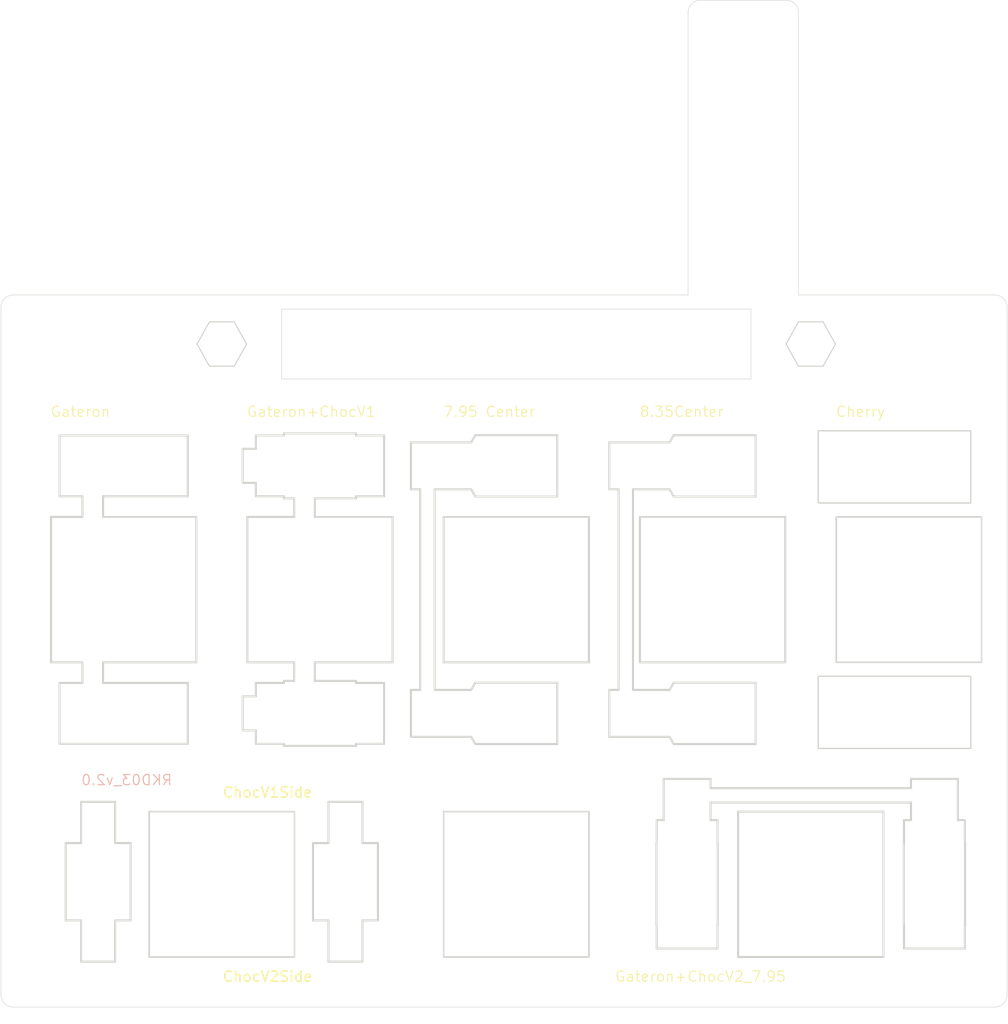
<source format=kicad_pcb>
(kicad_pcb (version 20241229) (generator "pcbnew") (generator_version "9.0")
  (layers (0 "F.Cu" signal) (2 "B.Cu" signal) (13 "F.Paste" user) (15 "B.Paste" user) (5 "F.SilkS" user "F.Silkscreen") (7 "B.SilkS" user "B.Silkscreen") (1 "F.Mask" user) (3 "B.Mask" user) (25 "Edge.Cuts" user))
  (net 0 "")
  (footprint "Rikkodo_FootPrint:rkd_KeyHall_6wx45_Cinderella" (layer "F.Cu") (at 92.86875 50.00625)
    (property "Reference" "LED3" (hide yes))
    (property "Value" "LED_SK6812MINI-E" (hide yes))
    (fp_line (start -22.775 3.3875) (end -22.775 -3.3875) (stroke (width 0.05)) (layer "Edge.Cuts"))
    (fp_line (start 22.775 -3.3875) (end -22.775 -3.3875) (stroke (width 0.05)) (layer "Edge.Cuts"))
    (fp_line (start 22.775 -3.3875) (end 22.775 3.3875) (stroke (width 0.05)) (layer "Edge.Cuts"))
    (fp_line (start 22.775 3.3875) (end -22.775 3.3875) (stroke (width 0.05)) (layer "Edge.Cuts"))
  )
  (footprint "Rikkodo_FootPrint:rkd_Top_ChocV1V2byV1_2u" (layer "F.Cu") (at 64.29375 102.39375)
    (property "Reference" "SW1" (hide yes))
    (property "Value" "SW_PUSH" (hide yes))
    (fp_line (start -15.15 -4) (end -15.15 3.5) (stroke (width 0.2)) (layer "Edge.Cuts"))
    (fp_line (start -13.65 -8) (end -13.65 -4) (stroke (width 0.2)) (layer "Edge.Cuts"))
    (fp_line (start -13.65 -8) (end -10.35 -8) (stroke (width 0.2)) (layer "Edge.Cuts"))
    (fp_line (start -13.65 -4) (end -15.15 -4) (stroke (width 0.2)) (layer "Edge.Cuts"))
    (fp_line (start -13.65 3.5) (end -15.15 3.5) (stroke (width 0.2)) (layer "Edge.Cuts"))
    (fp_line (start -13.65 7.5) (end -13.65 3.5) (stroke (width 0.2)) (layer "Edge.Cuts"))
    (fp_line (start -10.35 -8) (end -10.35 -4) (stroke (width 0.2)) (layer "Edge.Cuts"))
    (fp_line (start -10.35 -4) (end -8.85 -4) (stroke (width 0.2)) (layer "Edge.Cuts"))
    (fp_line (start -10.35 3.5) (end -8.85 3.5) (stroke (width 0.2)) (layer "Edge.Cuts"))
    (fp_line (start -10.35 7.5) (end -13.65 7.5) (stroke (width 0.2)) (layer "Edge.Cuts"))
    (fp_line (start -10.35 7.5) (end -10.35 3.5) (stroke (width 0.2)) (layer "Edge.Cuts"))
    (fp_line (start -8.85 -4) (end -8.85 3.5) (stroke (width 0.2)) (layer "Edge.Cuts"))
    (fp_line (start -7.05 -7.05) (end 7.05 -7.05) (stroke (width 0.15)) (layer "Edge.Cuts"))
    (fp_line (start -7.05 7.05) (end -7.05 -7.05) (stroke (width 0.15)) (layer "Edge.Cuts"))
    (fp_line (start 7.05 -7.05) (end 7.05 7.05) (stroke (width 0.15)) (layer "Edge.Cuts"))
    (fp_line (start 7.05 7.05) (end -7.05 7.05) (stroke (width 0.15)) (layer "Edge.Cuts"))
    (fp_line (start 8.85 -4) (end 8.85 3.5) (stroke (width 0.2)) (layer "Edge.Cuts"))
    (fp_line (start 10.35 -8) (end 10.35 -4) (stroke (width 0.2)) (layer "Edge.Cuts"))
    (fp_line (start 10.35 -8) (end 13.65 -8) (stroke (width 0.2)) (layer "Edge.Cuts"))
    (fp_line (start 10.35 -4) (end 8.85 -4) (stroke (width 0.2)) (layer "Edge.Cuts"))
    (fp_line (start 10.35 3.5) (end 8.85 3.5) (stroke (width 0.2)) (layer "Edge.Cuts"))
    (fp_line (start 10.35 7.5) (end 10.35 3.5) (stroke (width 0.2)) (layer "Edge.Cuts"))
    (fp_line (start 13.65 -8) (end 13.65 -4) (stroke (width 0.2)) (layer "Edge.Cuts"))
    (fp_line (start 13.65 -4) (end 15.15 -4) (stroke (width 0.2)) (layer "Edge.Cuts"))
    (fp_line (start 13.65 3.5) (end 15.15 3.5) (stroke (width 0.2)) (layer "Edge.Cuts"))
    (fp_line (start 13.65 7.5) (end 10.35 7.5) (stroke (width 0.2)) (layer "Edge.Cuts"))
    (fp_line (start 13.65 7.5) (end 13.65 3.5) (stroke (width 0.2)) (layer "Edge.Cuts"))
    (fp_line (start 15.15 -4) (end 15.15 3.5) (stroke (width 0.2)) (layer "Edge.Cuts"))
    (fp_text user "ChocV2Side" (at 0 9.525 0) (layer "F.SilkS") (effects (justify left bottom)))
    (fp_text user "ChocV1Side" (at 0 -8.334375 0) (layer "F.SilkS") (effects (justify left bottom)))
  )
  (footprint "Rikkodo_FootPrint:rkd_Top_ChocV2_2u" (layer "F.Cu") (at 92.86875 73.81875 90)
    (property "Reference" "SW1" (hide yes))
    (property "Value" "SW_PUSH" (hide yes))
    (fp_line (start 9.725 -10.225) (end 14.275 -10.225) (stroke (width 0.2)) (layer "Edge.Cuts"))
    (fp_line (start 9.725 -10.225) (end 9.725 -9.325) (stroke (width 0.2)) (layer "Edge.Cuts"))
    (fp_line (start -14.275 -10.225) (end -9.725 -10.225) (stroke (width 0.2)) (layer "Edge.Cuts"))
    (fp_line (start -9.725 -9.325) (end -9.725 -10.225) (stroke (width 0.2)) (layer "Edge.Cuts"))
    (fp_line (start -9.725 -9.325) (end 9.725 -9.325) (stroke (width 0.2)) (layer "Edge.Cuts"))
    (fp_line (start -9.725 -7.925) (end 9.725 -7.925) (stroke (width 0.2)) (layer "Edge.Cuts"))
    (fp_line (start 7.05 -7.05) (end 7.05 7.05) (stroke (width 0.15)) (layer "Edge.Cuts"))
    (fp_line (start -7.05 -7.05) (end 7.05 -7.05) (stroke (width 0.2)) (layer "Edge.Cuts"))
    (fp_line (start 14.275 -4.375) (end 14.275 -10.225) (stroke (width 0.2)) (layer "Edge.Cuts"))
    (fp_line (start 14.275 -4.375) (end 14.975 -3.975) (stroke (width 0.2)) (layer "Edge.Cuts"))
    (fp_line (start 9.725 -4.375) (end 9.725 -7.925) (stroke (width 0.2)) (layer "Edge.Cuts"))
    (fp_line (start 9.725 -4.375) (end 9.025 -3.975) (stroke (width 0.2)) (layer "Edge.Cuts"))
    (fp_line (start -9.725 -4.375) (end -9.725 -7.925) (stroke (width 0.2)) (layer "Edge.Cuts"))
    (fp_line (start -9.725 -4.375) (end -9.025 -3.975) (stroke (width 0.2)) (layer "Edge.Cuts"))
    (fp_line (start -14.275 -4.375) (end -14.275 -10.225) (stroke (width 0.2)) (layer "Edge.Cuts"))
    (fp_line (start -14.275 -4.375) (end -14.975 -3.975) (stroke (width 0.2)) (layer "Edge.Cuts"))
    (fp_line (start 14.975 -3.975) (end 14.975 3.975) (stroke (width 0.2)) (layer "Edge.Cuts"))
    (fp_line (start 9.025 -3.975) (end 9.025 3.975) (stroke (width 0.2)) (layer "Edge.Cuts"))
    (fp_line (start -9.025 -3.975) (end -9.025 3.975) (stroke (width 0.2)) (layer "Edge.Cuts"))
    (fp_line (start -14.975 -3.975) (end -14.975 3.975) (stroke (width 0.2)) (layer "Edge.Cuts"))
    (fp_line (start 14.975 3.975) (end 9.025 3.975) (stroke (width 0.2)) (layer "Edge.Cuts"))
    (fp_line (start -9.025 3.975) (end -14.975 3.975) (stroke (width 0.2)) (layer "Edge.Cuts"))
    (fp_line (start 7.05 7.05) (end -7.05 7.05) (stroke (width 0.2)) (layer "Edge.Cuts"))
    (fp_line (start -7.05 7.05) (end -7.05 -7.05) (stroke (width 0.2)) (layer "Edge.Cuts"))
  )
  (footprint "kbd_Hole:m2_Screw_Hole" (layer "F.Cu") (at 138.1125 111.91875)
    (property "Reference" "Ref**")
    (property "Value" "Val**")
    (pad "" np_thru_hole circle (at 0 0) (size 2.2 2.2) (drill 2.2) (layers "*.Cu" "*.Mask"))
  )
  (footprint "kbd_Hole:m2_Screw_Hole" (layer "F.Cu") (at 45.24375 111.91875)
    (property "Reference" "Ref**")
    (property "Value" "Val**")
    (pad "" np_thru_hole circle (at 0 0) (size 2.2 2.2) (drill 2.2) (layers "*.Cu" "*.Mask"))
  )
  (footprint "kbd_SW_Hole:SW_Hole_1u" (layer "F.Cu") (at 92.8688 102.3937)
    (property "Reference" "SW6" (hide yes))
    (property "Value" "SW_Push" (hide yes))
    (fp_line (start -7.05 -7.05) (end 7.05 -7.05) (stroke (width 0.15)) (layer "Edge.Cuts"))
    (fp_line (start -7.05 7.05) (end -7.05 -7.05) (stroke (width 0.15)) (layer "Edge.Cuts"))
    (fp_line (start 7.05 -7.05) (end 7.05 7.05) (stroke (width 0.15)) (layer "Edge.Cuts"))
    (fp_line (start 7.05 7.05) (end -7.05 7.05) (stroke (width 0.15)) (layer "Edge.Cuts"))
  )
  (footprint "Rikkodo_FootPrint:rkd_Top_Gateron_2u" (layer "F.Cu") (at 54.7688 73.8187 90)
    (property "Reference" "SW1" (hide yes))
    (property "Value" "SW_Push" (hide yes))
    (fp_line (start -7.05 -7.05) (end 7.05 -7.05) (stroke (width 0.2)) (layer "Edge.Cuts"))
    (fp_line (start 14.95 -6.225) (end 14.95 6.225) (stroke (width 0.2)) (layer "Edge.Cuts"))
    (fp_line (start 9.05 -6.225) (end 14.95 -6.225) (stroke (width 0.2)) (layer "Edge.Cuts"))
    (fp_line (start 9.05 -6.225) (end 9.05 -4) (stroke (width 0.2)) (layer "Edge.Cuts"))
    (fp_line (start -9.05 -6.225) (end -9.05 -4) (stroke (width 0.2)) (layer "Edge.Cuts"))
    (fp_line (start -14.95 -6.225) (end -9.05 -6.225) (stroke (width 0.2)) (layer "Edge.Cuts"))
    (fp_line (start -14.95 -6.225) (end -14.95 6.225) (stroke (width 0.2)) (layer "Edge.Cuts"))
    (fp_line (start 7.05 -4) (end 7.05 -7.05) (stroke (width 0.2)) (layer "Edge.Cuts"))
    (fp_line (start 7.05 -4) (end 9.05 -4) (stroke (width 0.2)) (layer "Edge.Cuts"))
    (fp_line (start -7.05 -4) (end -7.05 -7.05) (stroke (width 0.2)) (layer "Edge.Cuts"))
    (fp_line (start -9.05 -4) (end -7.05 -4) (stroke (width 0.2)) (layer "Edge.Cuts"))
    (fp_line (start 9.05 -2) (end 9.05 6.225) (stroke (width 0.2)) (layer "Edge.Cuts"))
    (fp_line (start 7.05 -2) (end 9.05 -2) (stroke (width 0.2)) (layer "Edge.Cuts"))
    (fp_line (start 7.05 -2) (end 7.05 7.05) (stroke (width 0.15)) (layer "Edge.Cuts"))
    (fp_line (start -9.05 -2) (end -7.05 -2) (stroke (width 0.2)) (layer "Edge.Cuts"))
    (fp_line (start -9.05 -2) (end -9.05 6.225) (stroke (width 0.2)) (layer "Edge.Cuts"))
    (fp_line (start 14.95 6.225) (end 9.05 6.225) (stroke (width 0.2)) (layer "Edge.Cuts"))
    (fp_line (start -9.05 6.225) (end -14.95 6.225) (stroke (width 0.2)) (layer "Edge.Cuts"))
    (fp_line (start 7.05 7.05) (end -7.05 7.05) (stroke (width 0.2)) (layer "Edge.Cuts"))
    (fp_line (start -7.05 7.05) (end -7.05 -2) (stroke (width 0.2)) (layer "Edge.Cuts"))
  )
  (footprint "kbd_Hole:m2_Screw_Hole" (layer "F.Cu") (at 128.5875 50.00625)
    (property "Reference" "Ref**")
    (property "Value" "Val**")
    (pad "" np_thru_hole circle (at 0 0) (size 2.2 2.2) (drill 2.2) (layers "*.Cu" "*.Mask"))
  )
  (footprint "kbd_SW_Hole:SW_Hole_2u" (layer "F.Cu") (at 130.9688 73.8187 -90)
    (property "Reference" "SW9" (hide yes))
    (property "Value" "SW_Push" (hide yes))
    (fp_line (start -15.4 8.8) (end -15.4 -6) (stroke (width 0.12)) (layer "Edge.Cuts"))
    (fp_line (start -8.4 8.8) (end -15.4 8.8) (stroke (width 0.12)) (layer "Edge.Cuts"))
    (fp_line (start 8.4 8.8) (end 15.4 8.8) (stroke (width 0.12)) (layer "Edge.Cuts"))
    (fp_line (start 15.4 8.8) (end 15.4 -6) (stroke (width 0.12)) (layer "Edge.Cuts"))
    (fp_line (start -7.05 7.05) (end -7.05 -7.05) (stroke (width 0.15)) (layer "Edge.Cuts"))
    (fp_line (start 7.05 7.05) (end -7.05 7.05) (stroke (width 0.15)) (layer "Edge.Cuts"))
    (fp_line (start -15.4 -6) (end -8.4 -6) (stroke (width 0.12)) (layer "Edge.Cuts"))
    (fp_line (start -8.4 -6) (end -8.4 8.8) (stroke (width 0.12)) (layer "Edge.Cuts"))
    (fp_line (start 8.4 -6) (end 8.4 8.8) (stroke (width 0.12)) (layer "Edge.Cuts"))
    (fp_line (start 15.4 -6) (end 8.4 -6) (stroke (width 0.12)) (layer "Edge.Cuts"))
    (fp_line (start -7.05 -7.05) (end 7.05 -7.05) (stroke (width 0.15)) (layer "Edge.Cuts"))
    (fp_line (start 7.05 -7.05) (end 7.05 7.05) (stroke (width 0.15)) (layer "Edge.Cuts"))
  )
  (footprint "Rikkodo_FootPrint:rkd_Top_GateronChocV2_2u_7.95C" (layer "F.Cu") (at 121.44375 102.39375)
    (property "Reference" "SW1" (hide yes))
    (property "Value" "SW_PUSH" (hide yes))
    (fp_line (start -14.975 -3.975) (end -14.975 3.975) (stroke (width 0.2)) (layer "Edge.Cuts"))
    (fp_line (start -14.95 -6.225) (end -14.95 -4) (stroke (width 0.2)) (layer "Edge.Cuts"))
    (fp_line (start -14.95 -6.225) (end -14.275 -6.225) (stroke (width 0.2)) (layer "Edge.Cuts"))
    (fp_line (start -14.95 -4) (end -14.975 -3.975) (stroke (width 0.2)) (layer "Edge.Cuts"))
    (fp_line (start -14.95 3.975) (end -14.975 3.975) (stroke (width 0.2)) (layer "Edge.Cuts"))
    (fp_line (start -14.95 3.975) (end -14.95 6.225) (stroke (width 0.2)) (layer "Edge.Cuts"))
    (fp_line (start -14.275 -10.225) (end -9.725 -10.225) (stroke (width 0.2)) (layer "Edge.Cuts"))
    (fp_line (start -14.275 -6.225) (end -14.275 -10.225) (stroke (width 0.2)) (layer "Edge.Cuts"))
    (fp_line (start -9.725 -9.325) (end -9.725 -10.225) (stroke (width 0.2)) (layer "Edge.Cuts"))
    (fp_line (start -9.725 -9.325) (end 9.725 -9.325) (stroke (width 0.2)) (layer "Edge.Cuts"))
    (fp_line (start -9.725 -7.925) (end 9.725 -7.925) (stroke (width 0.2)) (layer "Edge.Cuts"))
    (fp_line (start -9.725 -6.225) (end -9.725 -7.925) (stroke (width 0.2)) (layer "Edge.Cuts"))
    (fp_line (start -9.725 -6.225) (end -9.05 -6.225) (stroke (width 0.2)) (layer "Edge.Cuts"))
    (fp_line (start -9.05 -6.225) (end -9.05 -4) (stroke (width 0.2)) (layer "Edge.Cuts"))
    (fp_line (start -9.05 -4) (end -9.025 -3.975) (stroke (width 0.2)) (layer "Edge.Cuts"))
    (fp_line (start -9.05 3.975) (end -9.05 6.225) (stroke (width 0.2)) (layer "Edge.Cuts"))
    (fp_line (start -9.05 6.225) (end -14.95 6.225) (stroke (width 0.2)) (layer "Edge.Cuts"))
    (fp_line (start -9.025 -3.975) (end -9.025 3.975) (stroke (width 0.2)) (layer "Edge.Cuts"))
    (fp_line (start -9.025 3.975) (end -9.05 3.975) (stroke (width 0.2)) (layer "Edge.Cuts"))
    (fp_line (start -7.05 -7.05) (end 7.05 -7.05) (stroke (width 0.2)) (layer "Edge.Cuts"))
    (fp_line (start -7.05 7.05) (end -7.05 -7.05) (stroke (width 0.2)) (layer "Edge.Cuts"))
    (fp_line (start 7.05 -7.05) (end 7.05 7.05) (stroke (width 0.2)) (layer "Edge.Cuts"))
    (fp_line (start 7.05 7.05) (end -7.05 7.05) (stroke (width 0.2)) (layer "Edge.Cuts"))
    (fp_line (start 9.025 -3.975) (end 9.025 3.975) (stroke (width 0.2)) (layer "Edge.Cuts"))
    (fp_line (start 9.05 -6.225) (end 9.05 -4) (stroke (width 0.2)) (layer "Edge.Cuts"))
    (fp_line (start 9.05 -6.225) (end 9.725 -6.225) (stroke (width 0.2)) (layer "Edge.Cuts"))
    (fp_line (start 9.05 -4) (end 9.025 -3.975) (stroke (width 0.2)) (layer "Edge.Cuts"))
    (fp_line (start 9.05 3.975) (end 9.025 3.975) (stroke (width 0.2)) (layer "Edge.Cuts"))
    (fp_line (start 9.05 3.975) (end 9.05 6.225) (stroke (width 0.2)) (layer "Edge.Cuts"))
    (fp_line (start 9.725 -10.225) (end 9.725 -9.325) (stroke (width 0.2)) (layer "Edge.Cuts"))
    (fp_line (start 9.725 -10.225) (end 14.275 -10.225) (stroke (width 0.2)) (layer "Edge.Cuts"))
    (fp_line (start 9.725 -6.225) (end 9.725 -7.925) (stroke (width 0.2)) (layer "Edge.Cuts"))
    (fp_line (start 14.275 -6.225) (end 14.275 -10.225) (stroke (width 0.2)) (layer "Edge.Cuts"))
    (fp_line (start 14.275 -6.225) (end 14.95 -6.225) (stroke (width 0.2)) (layer "Edge.Cuts"))
    (fp_line (start 14.95 -6.225) (end 14.95 -4) (stroke (width 0.2)) (layer "Edge.Cuts"))
    (fp_line (start 14.95 -4) (end 14.975 -3.975) (stroke (width 0.2)) (layer "Edge.Cuts"))
    (fp_line (start 14.95 3.975) (end 14.95 6.225) (stroke (width 0.2)) (layer "Edge.Cuts"))
    (fp_line (start 14.95 6.225) (end 9.05 6.225) (stroke (width 0.2)) (layer "Edge.Cuts"))
    (fp_line (start 14.975 -3.975) (end 14.975 3.975) (stroke (width 0.2)) (layer "Edge.Cuts"))
    (fp_line (start 14.975 3.975) (end 14.95 3.975) (stroke (width 0.2)) (layer "Edge.Cuts"))
  )
  (footprint "kbd_Hole:m2_Spacer_Hole_hex" (layer "F.Cu") (at 64.29375 50.00625)
    (property "Reference" "Ref**")
    (property "Value" "Val**")
    (fp_line (start -2.4 0) (end -1.2 2.15) (stroke (width 0.1)) (layer "Edge.Cuts"))
    (fp_line (start -1.2 -2.15) (end -2.4 0) (stroke (width 0.1)) (layer "Edge.Cuts"))
    (fp_line (start -1.2 2.15) (end 1.2 2.15) (stroke (width 0.1)) (layer "Edge.Cuts"))
    (fp_line (start 1.2 -2.15) (end -1.2 -2.15) (stroke (width 0.1)) (layer "Edge.Cuts"))
    (fp_line (start 1.2 2.15) (end 2.4 0) (stroke (width 0.1)) (layer "Edge.Cuts"))
    (fp_line (start 2.4 0) (end 1.2 -2.15) (stroke (width 0.1)) (layer "Edge.Cuts"))
  )
  (footprint "Rikkodo_FootPrint:rkd_Guard_Screw_Hall" (layer "F.Cu") (at 82.153125 30.9562)
    (property "Reference" "M1" (hide yes))
    (property "Value" "Mark" (hide yes))
    (pad "" np_thru_hole circle (at 29.765625 -4.7625) (size 2.2 2.2) (drill 2.2) (layers "*.Cu" "*.Mask"))
    (pad "" np_thru_hole circle (at 29.765625 4.7625) (size 2.2 2.2) (drill 2.2) (layers "*.Cu" "*.Mask"))
  )
  (footprint "kbd_Hole:m2_Screw_Hole" (layer "F.Cu") (at 57.15 50.00625)
    (property "Reference" "Ref**")
    (property "Value" "Val**")
    (pad "" np_thru_hole circle (at 0 0) (size 2.2 2.2) (drill 2.2) (layers "*.Cu" "*.Mask"))
  )
  (footprint "kbd_Hole:m2_Screw_Hole" (layer "F.Cu") (at 45.24375 47.625)
    (property "Reference" "Ref**")
    (property "Value" "Val**")
    (pad "" np_thru_hole circle (at 0 0) (size 2.2 2.2) (drill 2.2) (layers "*.Cu" "*.Mask"))
  )
  (footprint "Rikkodo_FootPrint:rkd_Top_GateronChocV2byV1_2u" (layer "F.Cu") (at 73.8188 73.8187 90)
    (property "Reference" "SW3" (hide yes))
    (property "Value" "SW_Push" (hide yes))
    (fp_line (start 13.65 -7.5) (end 13.65 -6.225) (stroke (width 0.2)) (layer "Edge.Cuts"))
    (fp_line (start 10.35 -7.5) (end 13.65 -7.5) (stroke (width 0.2)) (layer "Edge.Cuts"))
    (fp_line (start 10.35 -7.5) (end 10.35 -6.225) (stroke (width 0.2)) (layer "Edge.Cuts"))
    (fp_line (start -10.35 -7.5) (end -10.35 -6.225) (stroke (width 0.2)) (layer "Edge.Cuts"))
    (fp_line (start -13.65 -7.5) (end -10.35 -7.5) (stroke (width 0.2)) (layer "Edge.Cuts"))
    (fp_line (start -13.65 -7.5) (end -13.65 -6.225) (stroke (width 0.2)) (layer "Edge.Cuts"))
    (fp_line (start -7.05 -7.05) (end 7.05 -7.05) (stroke (width 0.2)) (layer "Edge.Cuts"))
    (fp_line (start 14.95 -6.225) (end 14.95 -3.5) (stroke (width 0.2)) (layer "Edge.Cuts"))
    (fp_line (start 13.65 -6.225) (end 14.95 -6.225) (stroke (width 0.2)) (layer "Edge.Cuts"))
    (fp_line (start 9.05 -6.225) (end 10.35 -6.225) (stroke (width 0.2)) (layer "Edge.Cuts"))
    (fp_line (start 9.05 -6.225) (end 9.05 -3.5) (stroke (width 0.2)) (layer "Edge.Cuts"))
    (fp_line (start -9.05 -6.225) (end -9.05 -3.5) (stroke (width 0.2)) (layer "Edge.Cuts"))
    (fp_line (start -10.35 -6.225) (end -9.05 -6.225) (stroke (width 0.2)) (layer "Edge.Cuts"))
    (fp_line (start -14.95 -6.225) (end -13.65 -6.225) (stroke (width 0.2)) (layer "Edge.Cuts"))
    (fp_line (start -14.95 -6.225) (end -14.95 -3.5) (stroke (width 0.2)) (layer "Edge.Cuts"))
    (fp_line (start 15.15 -3.5) (end 15.15 3.5) (stroke (width 0.2)) (layer "Edge.Cuts"))
    (fp_line (start 14.95 -3.5) (end 15.15 -3.5) (stroke (width 0.2)) (layer "Edge.Cuts"))
    (fp_line (start 8.85 -3.5) (end 9.05 -3.5) (stroke (width 0.2)) (layer "Edge.Cuts"))
    (fp_line (start -8.85 -3.5) (end -8.85 -2.5) (stroke (width 0.2)) (layer "Edge.Cuts"))
    (fp_line (start -9.05 -3.5) (end -8.85 -3.5) (stroke (width 0.2)) (layer "Edge.Cuts"))
    (fp_line (start -14.95 -3.5) (end -15.15 -3.5) (stroke (width 0.2)) (layer "Edge.Cuts"))
    (fp_line (start -15.15 -3.5) (end -15.15 3.5) (stroke (width 0.2)) (layer "Edge.Cuts"))
    (fp_line (start 8.85 -2.5) (end 8.85 -3.5) (stroke (width 0.2)) (layer "Edge.Cuts"))
    (fp_line (start 7.05 -2.5) (end 7.05 -7.05) (stroke (width 0.2)) (layer "Edge.Cuts"))
    (fp_line (start 7.05 -2.5) (end 8.85 -2.5) (stroke (width 0.2)) (layer "Edge.Cuts"))
    (fp_line (start -7.05 -2.5) (end -7.05 -7.05) (stroke (width 0.2)) (layer "Edge.Cuts"))
    (fp_line (start -8.85 -2.5) (end -7.05 -2.5) (stroke (width 0.2)) (layer "Edge.Cuts"))
    (fp_line (start 8.85 -0.5) (end 8.85 3.5) (stroke (width 0.2)) (layer "Edge.Cuts"))
    (fp_line (start 7.05 -0.5) (end 8.85 -0.5) (stroke (width 0.2)) (layer "Edge.Cuts"))
    (fp_line (start 7.05 -0.5) (end 7.05 7.05) (stroke (width 0.15)) (layer "Edge.Cuts"))
    (fp_line (start -8.85 -0.5) (end -7.05 -0.5) (stroke (width 0.2)) (layer "Edge.Cuts"))
    (fp_line (start -8.85 -0.5) (end -8.85 3.5) (stroke (width 0.2)) (layer "Edge.Cuts"))
    (fp_line (start 15.15 3.5) (end 14.95 3.5) (stroke (width 0.2)) (layer "Edge.Cuts"))
    (fp_line (start 14.95 3.5) (end 14.95 6.225) (stroke (width 0.2)) (layer "Edge.Cuts"))
    (fp_line (start 9.05 3.5) (end 8.85 3.5) (stroke (width 0.2)) (layer "Edge.Cuts"))
    (fp_line (start 9.05 3.5) (end 9.05 6.225) (stroke (width 0.2)) (layer "Edge.Cuts"))
    (fp_line (start -9.05 3.5) (end -8.85 3.5) (stroke (width 0.2)) (layer "Edge.Cuts"))
    (fp_line (start -9.05 3.5) (end -9.05 6.225) (stroke (width 0.2)) (layer "Edge.Cuts"))
    (fp_line (start -14.95 3.5) (end -15.15 3.5) (stroke (width 0.2)) (layer "Edge.Cuts"))
    (fp_line (start -14.95 3.5) (end -14.95 6.225) (stroke (width 0.2)) (layer "Edge.Cuts"))
    (fp_line (start 14.95 6.225) (end 9.05 6.225) (stroke (width 0.2)) (layer "Edge.Cuts"))
    (fp_line (start -9.05 6.225) (end -14.95 6.225) (stroke (width 0.2)) (layer "Edge.Cuts"))
    (fp_line (start 7.05 7.05) (end -7.05 7.05) (stroke (width 0.2)) (layer "Edge.Cuts"))
    (fp_line (start -7.05 7.05) (end -7.05 -0.5) (stroke (width 0.2)) (layer "Edge.Cuts"))
  )
  (footprint "kbd_Hole:m2_Screw_Hole" (layer "F.Cu") (at 138.1125 47.625)
    (property "Reference" "Ref**")
    (property "Value" "Val**")
    (pad "" np_thru_hole circle (at 0 0) (size 2.2 2.2) (drill 2.2) (layers "*.Cu" "*.Mask"))
  )
  (footprint "Rikkodo_FootPrint:rkd_Top_ChocV2_2u_1" (layer "F.Cu") (at 111.9188 73.8187 90)
    (property "Reference" "SW7" (hide yes))
    (property "Value" "SW_Push" (hide yes))
    (fp_line (start 9.725 -10.025) (end 14.275 -10.025) (stroke (width 0.2)) (layer "Edge.Cuts"))
    (fp_line (start 9.725 -10.025) (end 9.725 -9.125) (stroke (width 0.2)) (layer "Edge.Cuts"))
    (fp_line (start -14.275 -10.025) (end -9.725 -10.025) (stroke (width 0.2)) (layer "Edge.Cuts"))
    (fp_line (start -9.725 -9.125) (end -9.725 -10.025) (stroke (width 0.2)) (layer "Edge.Cuts"))
    (fp_line (start -9.725 -9.125) (end 9.725 -9.125) (stroke (width 0.2)) (layer "Edge.Cuts"))
    (fp_line (start -9.725 -7.725) (end 9.725 -7.725) (stroke (width 0.2)) (layer "Edge.Cuts"))
    (fp_line (start 7.05 -7.05) (end 7.05 7.05) (stroke (width 0.15)) (layer "Edge.Cuts"))
    (fp_line (start -7.05 -7.05) (end 7.05 -7.05) (stroke (width 0.2)) (layer "Edge.Cuts"))
    (fp_line (start 14.275 -4.175) (end 14.275 -10.025) (stroke (width 0.2)) (layer "Edge.Cuts"))
    (fp_line (start 14.275 -4.175) (end 14.975 -3.775) (stroke (width 0.2)) (layer "Edge.Cuts"))
    (fp_line (start 9.725 -4.175) (end 9.725 -7.725) (stroke (width 0.2)) (layer "Edge.Cuts"))
    (fp_line (start 9.725 -4.175) (end 9.025 -3.775) (stroke (width 0.2)) (layer "Edge.Cuts"))
    (fp_line (start -9.725 -4.175) (end -9.725 -7.725) (stroke (width 0.2)) (layer "Edge.Cuts"))
    (fp_line (start -9.725 -4.175) (end -9.025 -3.775) (stroke (width 0.2)) (layer "Edge.Cuts"))
    (fp_line (start -14.275 -4.175) (end -14.275 -10.025) (stroke (width 0.2)) (layer "Edge.Cuts"))
    (fp_line (start -14.275 -4.175) (end -14.975 -3.775) (stroke (width 0.2)) (layer "Edge.Cuts"))
    (fp_line (start 14.975 -3.775) (end 14.975 4.175) (stroke (width 0.2)) (layer "Edge.Cuts"))
    (fp_line (start 9.025 -3.775) (end 9.025 4.175) (stroke (width 0.2)) (layer "Edge.Cuts"))
    (fp_line (start -9.025 -3.775) (end -9.025 4.175) (stroke (width 0.2)) (layer "Edge.Cuts"))
    (fp_line (start -14.975 -3.775) (end -14.975 4.175) (stroke (width 0.2)) (layer "Edge.Cuts"))
    (fp_line (start 14.975 4.175) (end 9.025 4.175) (stroke (width 0.2)) (layer "Edge.Cuts"))
    (fp_line (start -9.025 4.175) (end -14.975 4.175) (stroke (width 0.2)) (layer "Edge.Cuts"))
    (fp_line (start 7.05 7.05) (end -7.05 7.05) (stroke (width 0.2)) (layer "Edge.Cuts"))
    (fp_line (start -7.05 7.05) (end -7.05 -7.05) (stroke (width 0.2)) (layer "Edge.Cuts"))
  )
  (footprint "kbd_Hole:m2_Spacer_Hole_hex" (layer "F.Cu") (at 121.44375 50.00625)
    (property "Reference" "Ref**")
    (property "Value" "Val**")
    (fp_line (start -2.4 0) (end -1.2 2.15) (stroke (width 0.1)) (layer "Edge.Cuts"))
    (fp_line (start -1.2 -2.15) (end -2.4 0) (stroke (width 0.1)) (layer "Edge.Cuts"))
    (fp_line (start -1.2 2.15) (end 1.2 2.15) (stroke (width 0.1)) (layer "Edge.Cuts"))
    (fp_line (start 1.2 -2.15) (end -1.2 -2.15) (stroke (width 0.1)) (layer "Edge.Cuts"))
    (fp_line (start 1.2 2.15) (end 2.4 0) (stroke (width 0.1)) (layer "Edge.Cuts"))
    (fp_line (start 2.4 0) (end 1.2 -2.15) (stroke (width 0.1)) (layer "Edge.Cuts"))
  )
  (gr_arc (start 140.493775 113.10935) (mid 140.145059 113.951274) (end 139.30315 114.299975) (stroke (width 0.05)) (layer "Edge.Cuts"))
  (gr_line (start 119.062525 16.668725) (end 110.728125 16.66875) (stroke (width 0.05)) (layer "Edge.Cuts"))
  (gr_line (start 42.86255 46.43435) (end 42.862525 113.10935) (stroke (width 0.05)) (layer "Edge.Cuts"))
  (gr_arc (start 42.86255 46.43435) (mid 43.211279 45.592494) (end 44.05315 45.24375) (stroke (width 0.05)) (layer "Edge.Cuts"))
  (gr_line (start 140.493875 46.434375) (end 140.493775 113.10935) (stroke (width 0.05)) (layer "Edge.Cuts"))
  (gr_arc (start 139.30325 45.24375) (mid 140.145086 45.592517) (end 140.493875 46.434375) (stroke (width 0.05)) (layer "Edge.Cuts"))
  (gr_arc (start 44.05315 114.299975) (mid 43.211244 113.951256) (end 42.862525 113.10935) (stroke (width 0.05)) (layer "Edge.Cuts"))
  (gr_line (start 109.5375 17.859375) (end 109.5375 45.24375) (stroke (width 0.05)) (layer "Edge.Cuts"))
  (gr_line (start 109.5375 45.24375) (end 44.05315 45.24375) (stroke (width 0.05)) (layer "Edge.Cuts"))
  (gr_line (start 120.253125 45.24375) (end 120.253125 17.859375) (stroke (width 0.05)) (layer "Edge.Cuts"))
  (gr_line (start 44.05315 114.299975) (end 139.30315 114.299975) (stroke (width 0.05)) (layer "Edge.Cuts"))
  (gr_arc (start 119.062525 16.668725) (mid 119.904417 17.017458) (end 120.25315 17.85935) (stroke (width 0.05)) (layer "Edge.Cuts"))
  (gr_arc (start 109.5375 17.859375) (mid 109.886226 17.017476) (end 110.728125 16.66875) (stroke (width 0.05)) (layer "Edge.Cuts"))
  (gr_line (start 120.253125 45.24375) (end 139.303125 45.24375) (stroke (width 0.05)) (layer "Edge.Cuts"))
  (gr_text "8.35Center" (at 104.775 57.15 0) (layer "F.SilkS") (effects (font (size 1 1) (thickness 0.1)) (justify left bottom)))
  (gr_text "Gateron+ChocV2_7.95" (at 102.39375 111.91875 0) (layer "F.SilkS") (effects (font (size 1 1) (thickness 0.1)) (justify left bottom)))
  (gr_text "Cherry" (at 123.825 57.15 0) (layer "F.SilkS") (effects (font (size 1 1) (thickness 0.1)) (justify left bottom)))
  (gr_text "Gateron" (at 47.625 57.15 0) (layer "F.SilkS") (effects (font (size 1 1) (thickness 0.1)) (justify left bottom)))
  (gr_text "Gateron+ChocV1" (at 66.675 57.15 0) (layer "F.SilkS") (effects (font (size 1 1) (thickness 0.1)) (justify left bottom)))
  (gr_text "7.95 Center" (at 85.725 57.15 0) (layer "F.SilkS") (effects (font (size 1 1) (thickness 0.1)) (justify left bottom)))
  (gr_text "RKD03_v2.0" (at 59.53125 92.86875 0) (layer "B.SilkS") (effects (font (size 1 1) (thickness 0.1)) (justify left bottom mirror)))
)
</source>
